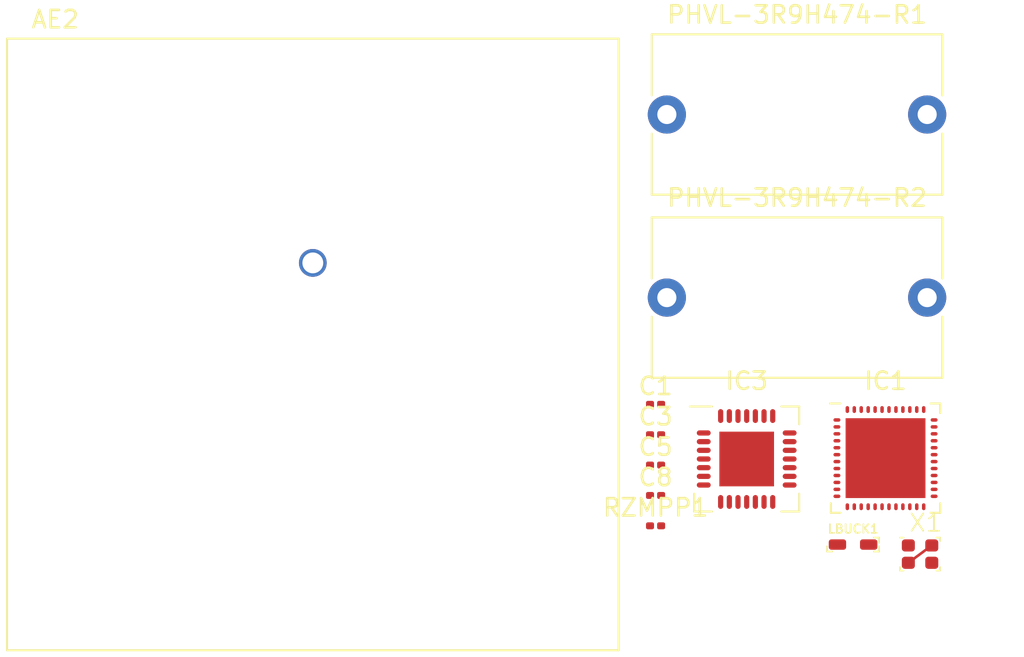
<source format=kicad_pcb>
(kicad_pcb (version 20240108) (generator "pcbnew") (generator_version "8.0")
  (layers (0 "F.Cu" signal) (31 "B.Cu" signal) (34 "B.Paste" user) (35 "F.Paste" user) (36 "B.SilkS" user "B.Silkscreen") (37 "F.SilkS" user "F.Silkscreen") (38 "B.Mask" user) (39 "F.Mask" user) (44 "Edge.Cuts" user))
  (net 0 "")
  (net 1 "Net-(AE2-A)")
  (net 2 "GND")
  (net 3 "Net-(IC3-BOOST)")
  (net 4 "/VBUCK")
  (net 5 "Net-(IC1-P0.01{slash}XL2)")
  (net 6 "Net-(IC3-LVOUT)")
  (net 7 "Net-(IC3-BUFSRC)")
  (net 8 "Net-(IC1-P0.02{slash}AIN0)")
  (net 9 "Net-(IC1-P0.16)")
  (net 10 "Net-(IC1-P0.08)")
  (net 11 "Net-(IC1-P0.00{slash}XL1)")
  (net 12 "Net-(IC1-P0.11)")
  (net 13 "Net-(IC1-P0.18)")
  (net 14 "Net-(IC1-P0.22)")
  (net 15 "Net-(IC1-P0.19)")
  (net 16 "Net-(IC1-P0.20)")
  (net 17 "Net-(IC1-DEC2)")
  (net 18 "Net-(IC1-P0.13)")
  (net 19 "Net-(IC1-P0.07)")
  (net 20 "Net-(IC1-P0.04{slash}AIN2)")
  (net 21 "Net-(IC1-P0.05{slash}AIN3)")
  (net 22 "Net-(IC1-P0.14)")
  (net 23 "Net-(IC1-P0.23)")
  (net 24 "Net-(IC1-P0.06)")
  (net 25 "Net-(IC1-P0.15)")
  (net 26 "Net-(IC1-P0.17)")
  (net 27 "Net-(IC1-P0.03{slash}AIN1)")
  (net 28 "Net-(IC1-SWDIO)")
  (net 29 "Net-(IC1-P0.12)")
  (net 30 "Net-(IC1-P0.24)")
  (net 31 "Net-(IC1-SWDCLK)")
  (net 32 "Net-(D10-K)")
  (net 33 "Net-(IC3-CFG[1])")
  (net 34 "Net-(IC3-CFG[0])")
  (net 35 "Net-(IC3-CFG[2])")
  (net 36 "Net-(PHVL-3R9H474-R1-Pad2)")
  (net 37 "Net-(PHVL-3R9H474-R2-Pad1)")
  (net 38 "Net-(X1-XTAL_1)")
  (net 39 "Net-(X1-XTAL_2)")
  (net 42 "Net-(IC3-BATT)")
  (net 43 "Net-(IC3-BAL)")
  (net 44 "Net-(IC3-SWBUCK)")
  (net 45 "Net-(IC1-DEC4)")
  (net 46 "Net-(IC1-ANT)")
  (net 47 "Net-(IC1-DEC1)")
  (net 48 "Net-(IC1-VDD_1)")
  (net 49 "Net-(IC1-XC1)")
  (net 50 "Net-(IC1-XC2)")
  (net 66 "Net-(IC1-DEC3)")
  (footprint "Capacitor_THT:C_Rect_L16.5mm_W9.0mm_P15.00mm_MKT" (layer "F.Cu") (at 144.485 83.47)
    (property "Reference" "PHVL-3R9H474-R2" (at 7.5 -5.75 0) (layer "F.SilkS"))
    (property "Value" "470mF")
    (fp_line (start -0.87 -4.62) (end -0.87 -1.104) (stroke (width 0.12)) (layer "F.SilkS"))
    (fp_line (start -0.87 -4.62) (end 15.87 -4.62) (stroke (width 0.12)) (layer "F.SilkS"))
    (fp_line (start -0.87 1.104) (end -0.87 4.62) (stroke (width 0.12)) (layer "F.SilkS"))
    (fp_line (start -0.87 4.62) (end 15.87 4.62) (stroke (width 0.12)) (layer "F.SilkS"))
    (fp_line (start 15.87 -4.62) (end 15.87 -1.104) (stroke (width 0.12)) (layer "F.SilkS"))
    (fp_line (start 15.87 1.104) (end 15.87 4.62) (stroke (width 0.12)) (layer "F.SilkS"))
    (pad "1" thru_hole circle (at 0 0) (size 2.2 2.2) (drill 1.1) (layers "*.Cu" "*.Mask") (net 37 "Net-(PHVL-3R9H474-R2-Pad1)"))
    (pad "2" thru_hole circle (at 15 0) (size 2.2 2.2) (drill 1.1) (layers "*.Cu" "*.Mask") (net 2 "GND"))
  )
  (footprint "Capacitor_THT:C_Rect_L16.5mm_W9.0mm_P15.00mm_MKT" (layer "F.Cu") (at 144.485 72.92)
    (property "Reference" "PHVL-3R9H474-R1" (at 7.5 -5.75 0) (layer "F.SilkS"))
    (property "Value" "470mF")
    (fp_line (start -0.87 -4.62) (end -0.87 -1.104) (stroke (width 0.12)) (layer "F.SilkS"))
    (fp_line (start -0.87 -4.62) (end 15.87 -4.62) (stroke (width 0.12)) (layer "F.SilkS"))
    (fp_line (start -0.87 1.104) (end -0.87 4.62) (stroke (width 0.12)) (layer "F.SilkS"))
    (fp_line (start -0.87 4.62) (end 15.87 4.62) (stroke (width 0.12)) (layer "F.SilkS"))
    (fp_line (start 15.87 -4.62) (end 15.87 -1.104) (stroke (width 0.12)) (layer "F.SilkS"))
    (fp_line (start 15.87 1.104) (end 15.87 4.62) (stroke (width 0.12)) (layer "F.SilkS"))
    (pad "1" thru_hole circle (at 0 0) (size 2.2 2.2) (drill 1.1) (layers "*.Cu" "*.Mask") (net 42 "Net-(IC3-BATT)"))
    (pad "2" thru_hole circle (at 15 0) (size 2.2 2.2) (drill 1.1) (layers "*.Cu" "*.Mask") (net 36 "Net-(PHVL-3R9H474-R1-Pad2)"))
  )
  (footprint "Library:QFN-48_EP_6x6_Pitch0.4mm" (layer "F.Cu") (at 157.085 92.72)
    (property "Reference" "IC1" (at 0 -4.45 0) (layer "F.SilkS"))
    (property "Value" "NRF52810-QFAA-R7")
    (fp_line (start -3.15 3.15) (end -3.15 2.6) (stroke (width 0.12)) (layer "F.SilkS"))
    (fp_line (start -2.6 -3.15) (end -3.2 -3.15) (stroke (width 0.12)) (layer "F.SilkS"))
    (fp_line (start -2.6 3.15) (end -3.15 3.15) (stroke (width 0.12)) (layer "F.SilkS"))
    (fp_line (start 2.6 -3.15) (end 3.15 -3.15) (stroke (width 0.12)) (layer "F.SilkS"))
    (fp_line (start 2.6 3.15) (end 3.15 3.15) (stroke (width 0.12)) (layer "F.SilkS"))
    (fp_line (start 3.15 -3.15) (end 3.15 -2.6) (stroke (width 0.12)) (layer "F.SilkS"))
    (fp_line (start 3.15 3.15) (end 3.15 2.6) (stroke (width 0.12)) (layer "F.SilkS"))
    (pad "1" smd oval (at -2.8 -2.2 90) (size 0.2 0.4) (layers "F.Cu" "F.Paste" "F.Mask") (net 47 "Net-(IC1-DEC1)"))
    (pad "2" smd oval (at -2.8 -1.8 90) (size 0.2 0.4) (layers "F.Cu" "F.Paste" "F.Mask") (net 11 "Net-(IC1-P0.00{slash}XL1)"))
    (pad "3" smd oval (at -2.8 -1.4 90) (size 0.2 0.4) (layers "F.Cu" "F.Paste" "F.Mask") (net 5 "Net-(IC1-P0.01{slash}XL2)"))
    (pad "4" smd oval (at -2.8 -1 90) (size 0.2 0.4) (layers "F.Cu" "F.Paste" "F.Mask") (net 8 "Net-(IC1-P0.02{slash}AIN0)"))
    (pad "5" smd oval (at -2.8 -0.6 90) (size 0.2 0.4) (layers "F.Cu" "F.Paste" "F.Mask") (net 27 "Net-(IC1-P0.03{slash}AIN1)"))
    (pad "6" smd oval (at -2.8 -0.2 90) (size 0.2 0.4) (layers "F.Cu" "F.Paste" "F.Mask") (net 20 "Net-(IC1-P0.04{slash}AIN2)"))
    (pad "7" smd oval (at -2.8 0.2 90) (size 0.2 0.4) (layers "F.Cu" "F.Paste" "F.Mask") (net 21 "Net-(IC1-P0.05{slash}AIN3)"))
    (pad "8" smd oval (at -2.8 0.6 90) (size 0.2 0.4) (layers "F.Cu" "F.Paste" "F.Mask") (net 24 "Net-(IC1-P0.06)"))
    (pad "9" smd oval (at -2.8 1 90) (size 0.2 0.4) (layers "F.Cu" "F.Paste" "F.Mask") (net 19 "Net-(IC1-P0.07)"))
    (pad "10" smd oval (at -2.8 1.4 90) (size 0.2 0.4) (layers "F.Cu" "F.Paste" "F.Mask") (net 10 "Net-(IC1-P0.08)"))
    (pad "11" smd oval (at -2.8 1.8 90) (size 0.2 0.4) (layers "F.Cu" "F.Paste" "F.Mask"))
    (pad "12" smd oval (at -2.8 2.2 90) (size 0.2 0.4) (layers "F.Cu" "F.Paste" "F.Mask"))
    (pad "13" smd oval (at -2.2 2.8) (size 0.2 0.4) (layers "F.Cu" "F.Paste" "F.Mask") (net 48 "Net-(IC1-VDD_1)"))
    (pad "14" smd oval (at -1.8 2.8) (size 0.2 0.4) (layers "F.Cu" "F.Paste" "F.Mask") (net 12 "Net-(IC1-P0.11)"))
    (pad "15" smd oval (at -1.4 2.8) (size 0.2 0.4) (layers "F.Cu" "F.Paste" "F.Mask") (net 29 "Net-(IC1-P0.12)"))
    (pad "16" smd oval (at -1 2.8) (size 0.2 0.4) (layers "F.Cu" "F.Paste" "F.Mask") (net 18 "Net-(IC1-P0.13)"))
    (pad "17" smd oval (at -0.6 2.8) (size 0.2 0.4) (layers "F.Cu" "F.Paste" "F.Mask") (net 22 "Net-(IC1-P0.14)"))
    (pad "18" smd oval (at -0.2 2.8) (size 0.2 0.4) (layers "F.Cu" "F.Paste" "F.Mask") (net 25 "Net-(IC1-P0.15)"))
    (pad "19" smd oval (at 0.2 2.8) (size 0.2 0.4) (layers "F.Cu" "F.Paste" "F.Mask") (net 9 "Net-(IC1-P0.16)"))
    (pad "20" smd oval (at 0.6 2.8) (size 0.2 0.4) (layers "F.Cu" "F.Paste" "F.Mask") (net 26 "Net-(IC1-P0.17)"))
    (pad "21" smd oval (at 1 2.8) (size 0.2 0.4) (layers "F.Cu" "F.Paste" "F.Mask") (net 13 "Net-(IC1-P0.18)"))
    (pad "22" smd oval (at 1.4 2.8) (size 0.2 0.4) (layers "F.Cu" "F.Paste" "F.Mask") (net 15 "Net-(IC1-P0.19)"))
    (pad "23" smd oval (at 1.8 2.8) (size 0.2 0.4) (layers "F.Cu" "F.Paste" "F.Mask") (net 16 "Net-(IC1-P0.20)"))
    (pad "24" smd oval (at 2.2 2.8) (size 0.2 0.4) (layers "F.Cu" "F.Paste" "F.Mask"))
    (pad "25" smd oval (at 2.8 2.2 90) (size 0.2 0.4) (layers "F.Cu" "F.Paste" "F.Mask") (net 31 "Net-(IC1-SWDCLK)"))
    (pad "26" smd oval (at 2.8 1.8 90) (size 0.2 0.4) (layers "F.Cu" "F.Paste" "F.Mask") (net 28 "Net-(IC1-SWDIO)"))
    (pad "27" smd oval (at 2.8 1.4 90) (size 0.2 0.4) (layers "F.Cu" "F.Paste" "F.Mask") (net 14 "Net-(IC1-P0.22)"))
    (pad "28" smd oval (at 2.8 1 90) (size 0.2 0.4) (layers "F.Cu" "F.Paste" "F.Mask") (net 23 "Net-(IC1-P0.23)"))
    (pad "29" smd oval (at 2.8 0.6 90) (size 0.2 0.4) (layers "F.Cu" "F.Paste" "F.Mask") (net 30 "Net-(IC1-P0.24)"))
    (pad "30" smd oval (at 2.8 0.2 90) (size 0.2 0.4) (layers "F.Cu" "F.Paste" "F.Mask") (net 46 "Net-(IC1-ANT)"))
    (pad "31" smd oval (at 2.8 -0.2 90) (size 0.2 0.4) (layers "F.Cu" "F.Paste" "F.Mask") (net 2 "GND"))
    (pad "32" smd oval (at 2.8 -0.6 90) (size 0.2 0.4) (layers "F.Cu" "F.Paste" "F.Mask") (net 17 "Net-(IC1-DEC2)"))
    (pad "33" smd oval (at 2.8 -1 90) (size 0.2 0.4) (layers "F.Cu" "F.Paste" "F.Mask") (net 66 "Net-(IC1-DEC3)"))
    (pad "34" smd oval (at 2.8 -1.4 90) (size 0.2 0.4) (layers "F.Cu" "F.Paste" "F.Mask") (net 49 "Net-(IC1-XC1)"))
    (pad "35" smd oval (at 2.8 -1.8 90) (size 0.2 0.4) (layers "F.Cu" "F.Paste" "F.Mask") (net 50 "Net-(IC1-XC2)"))
    (pad "36" smd oval (at 2.8 -2.2 90) (size 0.2 0.4) (layers "F.Cu" "F.Paste" "F.Mask") (net 48 "Net-(IC1-VDD_1)"))
    (pad "37" smd oval (at 2.2 -2.8) (size 0.2 0.4) (layers "F.Cu" "F.Paste" "F.Mask"))
    (pad "38" smd oval (at 1.8 -2.8) (size 0.2 0.4) (layers "F.Cu" "F.Paste" "F.Mask"))
    (pad "39" smd oval (at 1.4 -2.8) (size 0.2 0.4) (layers "F.Cu" "F.Paste" "F.Mask"))
    (pad "40" smd oval (at 1 -2.8) (size 0.2 0.4) (layers "F.Cu" "F.Paste" "F.Mask"))
    (pad "41" smd oval (at 0.6 -2.8) (size 0.2 0.4) (layers "F.Cu" "F.Paste" "F.Mask"))
    (pad "42" smd oval (at 0.2 -2.8) (size 0.2 0.4) (layers "F.Cu" "F.Paste" "F.Mask"))
    (pad "43" smd oval (at -0.2 -2.8) (size 0.2 0.4) (layers "F.Cu" "F.Paste" "F.Mask"))
    (pad "44" smd oval (at -0.6 -2.8) (size 0.2 0.4) (layers "F.Cu" "F.Paste" "F.Mask"))
    (pad "45" smd oval (at -1 -2.8) (size 0.2 0.4) (layers "F.Cu" "F.Paste" "F.Mask") (net 2 "GND"))
    (pad "46" smd oval (at -1.4 -2.8) (size 0.2 0.4) (layers "F.Cu" "F.Paste" "F.Mask") (net 45 "Net-(IC1-DEC4)"))
    (pad "47" smd oval (at -1.8 -2.8) (size 0.2 0.4) (layers "F.Cu" "F.Paste" "F.Mask"))
    (pad "48" smd oval (at -2.2 -2.8) (size 0.2 0.4) (layers "F.Cu" "F.Paste" "F.Mask") (net 48 "Net-(IC1-VDD_1)"))
    (pad "49" smd rect (at 0 0) (size 4.6 4.6) (layers "F.Cu" "F.Mask"))
  )
  (footprint "Library:QFN-28_EP_5.75x5.75_Pitch0.5mm" (layer "F.Cu") (at 149.085 92.77)
    (property "Reference" "IC3" (at 0 -4.5 0) (layer "F.SilkS"))
    (property "Value" "AEM30940-QFN")
    (fp_line (start -3.025 3.025) (end -3.025 2) (stroke (width 0.12)) (layer "F.SilkS"))
    (fp_line (start -2 -3.025) (end -3.275 -3.025) (stroke (width 0.12)) (layer "F.SilkS"))
    (fp_line (start -2 3.025) (end -3.025 3.025) (stroke (width 0.12)) (layer "F.SilkS"))
    (fp_line (start 2 -3.025) (end 3.025 -3.025) (stroke (width 0.12)) (layer "F.SilkS"))
    (fp_line (start 2 3.025) (end 3.025 3.025) (stroke (width 0.12)) (layer "F.SilkS"))
    (fp_line (start 3.025 -3.025) (end 3.025 -2) (stroke (width 0.12)) (layer "F.SilkS"))
    (fp_line (start 3.025 3.025) (end 3.025 2) (stroke (width 0.12)) (layer "F.SilkS"))
    (pad "1" smd oval (at -2.475 -1.5 90) (size 0.3 0.8) (layers "F.Cu" "F.Paste" "F.Mask") (net 3 "Net-(IC3-BOOST)"))
    (pad "2" smd oval (at -2.475 -1 90) (size 0.3 0.8) (layers "F.Cu" "F.Paste" "F.Mask") (net 44 "Net-(IC3-SWBUCK)"))
    (pad "3" smd oval (at -2.475 -0.5 90) (size 0.3 0.8) (layers "F.Cu" "F.Paste" "F.Mask") (net 4 "/VBUCK"))
    (pad "4" smd oval (at -2.475 0 90) (size 0.3 0.8) (layers "F.Cu" "F.Paste" "F.Mask") (net 35 "Net-(IC3-CFG[2])"))
    (pad "5" smd oval (at -2.475 0.5 90) (size 0.3 0.8) (layers "F.Cu" "F.Paste" "F.Mask") (net 33 "Net-(IC3-CFG[1])"))
    (pad "6" smd oval (at -2.475 1 90) (size 0.3 0.8) (layers "F.Cu" "F.Paste" "F.Mask") (net 34 "Net-(IC3-CFG[0])"))
    (pad "7" smd oval (at -2.475 1.5 90) (size 0.3 0.8) (layers "F.Cu" "F.Paste" "F.Mask") (net 4 "/VBUCK"))
    (pad "8" smd oval (at -1.5 2.475) (size 0.3 0.8) (layers "F.Cu" "F.Paste" "F.Mask") (net 4 "/VBUCK"))
    (pad "9" smd oval (at -1 2.475) (size 0.3 0.8) (layers "F.Cu" "F.Paste" "F.Mask") (net 2 "GND"))
    (pad "10" smd oval (at -0.5 2.475) (size 0.3 0.8) (layers "F.Cu" "F.Paste" "F.Mask") (net 2 "GND"))
    (pad "11" smd oval (at 0 2.475) (size 0.3 0.8) (layers "F.Cu" "F.Paste" "F.Mask") (net 6 "Net-(IC3-LVOUT)"))
    (pad "12" smd oval (at 0.5 2.475) (size 0.3 0.8) (layers "F.Cu" "F.Paste" "F.Mask") (net 4 "/VBUCK"))
    (pad "13" smd oval (at 1 2.475) (size 0.3 0.8) (layers "F.Cu" "F.Paste" "F.Mask"))
    (pad "14" smd oval (at 1.5 2.475) (size 0.3 0.8) (layers "F.Cu" "F.Paste" "F.Mask") (net 48 "Net-(IC1-VDD_1)"))
    (pad "15" smd oval (at 2.475 1.5 90) (size 0.3 0.8) (layers "F.Cu" "F.Paste" "F.Mask") (net 43 "Net-(IC3-BAL)"))
    (pad "16" smd oval (at 2.475 1 90) (size 0.3 0.8) (layers "F.Cu" "F.Paste" "F.Mask") (net 42 "Net-(IC3-BATT)"))
    (pad "17" smd oval (at 2.475 0.5 90) (size 0.3 0.8) (layers "F.Cu" "F.Paste" "F.Mask") (net 2 "GND"))
    (pad "18" smd oval (at 2.475 0 90) (size 0.3 0.8) (layers "F.Cu" "F.Paste" "F.Mask") (net 4 "/VBUCK"))
    (pad "19" smd oval (at 2.475 -0.5 90) (size 0.3 0.8) (layers "F.Cu" "F.Paste" "F.Mask") (net 10 "Net-(IC1-P0.08)"))
    (pad "20" smd oval (at 2.475 -1 90) (size 0.3 0.8) (layers "F.Cu" "F.Paste" "F.Mask") (net 19 "Net-(IC1-P0.07)"))
    (pad "21" smd oval (at 2.475 -1.5 90) (size 0.3 0.8) (layers "F.Cu" "F.Paste" "F.Mask") (net 24 "Net-(IC1-P0.06)"))
    (pad "22" smd oval (at 1.5 -2.475) (size 0.3 0.8) (layers "F.Cu" "F.Paste" "F.Mask") (net 4 "/VBUCK"))
    (pad "23" smd oval (at 1 -2.475) (size 0.3 0.8) (layers "F.Cu" "F.Paste" "F.Mask") (net 4 "/VBUCK"))
    (pad "24" smd oval (at 0.5 -2.475) (size 0.3 0.8) (layers "F.Cu" "F.Paste" "F.Mask") (net 4 "/VBUCK"))
    (pad "25" smd oval (at 0 -2.475) (size 0.3 0.8) (layers "F.Cu" "F.Paste" "F.Mask") (net 4 "/VBUCK"))
    (pad "26" smd oval (at -0.5 -2.475) (size 0.3 0.8) (layers "F.Cu" "F.Paste" "F.Mask") (net 32 "Net-(D10-K)"))
    (pad "27" smd oval (at -1 -2.475) (size 0.3 0.8) (layers "F.Cu" "F.Paste" "F.Mask") (net 7 "Net-(IC3-BUFSRC)"))
    (pad "28" smd oval (at -1.5 -2.475) (size 0.3 0.8) (layers "F.Cu" "F.Paste" "F.Mask") (net 4 "/VBUCK"))
    (pad "29" smd rect (at 0 0) (size 3.15 3.15) (layers "F.Cu" "F.Mask"))
  )
  (footprint "Capacitor_SMD:C_0201_0603Metric" (layer "F.Cu") (at 143.835 91.37)
    (property "Reference" "C3" (at 0 -1.05 0) (layer "F.SilkS"))
    (property "Value" "0.8pF")
    (pad "1" smd roundrect (at -0.32 0) (size 0.46 0.4) (layers "F.Cu" "F.Mask") (net 46 "Net-(IC1-ANT)"))
    (pad "2" smd roundrect (at 0.32 0) (size 0.46 0.4) (layers "F.Cu" "F.Mask") (net 2 "GND"))
  )
  (footprint "Capacitor_SMD:C_0201_0603Metric" (layer "F.Cu") (at 143.835 93.12)
    (property "Reference" "C5" (at 0 -1.05 0) (layer "F.SilkS"))
    (property "Value" "100nF")
    (pad "1" smd roundrect (at -0.32 0) (size 0.46 0.4) (layers "F.Cu" "F.Mask") (net 48 "Net-(IC1-VDD_1)"))
    (pad "2" smd roundrect (at 0.32 0) (size 0.46 0.4) (layers "F.Cu" "F.Mask") (net 2 "GND"))
  )
  (footprint "RF_Antenna:Astrocast_AST50127-00" (layer "F.Cu") (at 124.085 81.47)
    (property "Reference" "AE2" (at -14.84 -14.03 0) (layer "F.SilkS"))
    (property "Value" "Antenna")
    (fp_line (start -17.62 -12.92) (end 17.62 -12.92) (stroke (width 0.12)) (layer "F.SilkS"))
    (fp_line (start -17.62 22.32) (end -17.62 -12.92) (stroke (width 0.12)) (layer "F.SilkS"))
    (fp_line (start 17.62 -12.92) (end 17.62 22.32) (stroke (width 0.12)) (layer "F.SilkS"))
    (fp_line (start 17.62 22.32) (end -17.62 22.32) (stroke (width 0.12)) (layer "F.SilkS"))
    (pad "1" thru_hole circle (at 0 0) (size 1.6 1.6) (drill 1.2) (layers "*.Cu" "*.Mask") (net 1 "Net-(AE2-A)"))
  )
  (footprint "Library:JELF243A" (layer "F.Cu") (at 155.215 101.2)
    (property "Reference" "LBUCK1" (at 0 -4.4 0) (layer "F.SilkS") (effects (font (size 0.5 0.5) (thickness 0.1))))
    (property "Value" "10uH")
    (fp_line (start -1.5 -3.1) (end -1.5 -3.4) (stroke (width 0.1)) (layer "F.SilkS"))
    (fp_line (start -1.5 -3.1) (end -1.2 -3.1) (stroke (width 0.1)) (layer "F.SilkS"))
    (fp_line (start 1.5 -3.9) (end 1.2 -3.9) (stroke (width 0.1)) (layer "F.SilkS"))
    (fp_line (start 1.5 -3.9) (end 1.5 -3.6) (stroke (width 0.1)) (layer "F.SilkS"))
    (fp_line (start 1.5 -3.1) (end 1.2 -3.1) (stroke (width 0.1)) (layer "F.SilkS"))
    (fp_line (start 1.5 -3.1) (end 1.5 -3.4) (stroke (width 0.1)) (layer "F.SilkS"))
    (pad "1" smd roundrect (at -0.9 -3.5) (size 1 0.6) (layers "F.Cu" "F.Paste" "F.Mask") (net 44 "Net-(IC3-SWBUCK)"))
    (pad "2" smd roundrect (at 0.9 -3.5) (size 1 0.6) (layers "F.Cu" "F.Paste" "F.Mask") (net 4 "/VBUCK"))
  )
  (footprint "Capacitor_SMD:C_0201_0603Metric" (layer "F.Cu") (at 143.835 89.62)
    (property "Reference" "C1" (at 0 -1.05 0) (layer "F.SilkS"))
    (property "Value" "1uF")
    (pad "1" smd roundrect (at -0.32 0) (size 0.46 0.4) (layers "F.Cu" "F.Mask") (net 2 "GND"))
    (pad "2" smd roundrect (at 0.32 0) (size 0.46 0.4) (layers "F.Cu" "F.Mask") (net 45 "Net-(IC1-DEC4)"))
  )
  (footprint "Library:Murata" (layer "F.Cu") (at 158.4 97.75)
    (property "Reference" "X1" (at 1 -1.3 0) (layer "F.SilkS") (effects (font (thickness 0.1))))
    (property "Value" "32MHz")
    (fp_line (start 1.35 0) (end 0 1) (stroke (width 0.15)) (layer "F.Cu"))
    (fp_line (start -0.475 -0.45) (end -0.275 -0.45) (stroke (width 0.1)) (layer "F.SilkS"))
    (fp_line (start -0.475 1.45) (end -0.475 1.25) (stroke (width 0.1)) (layer "F.SilkS"))
    (fp_line (start -0.475 1.45) (end -0.275 1.45) (stroke (width 0.1)) (layer "F.SilkS"))
    (fp_line (start 1.825 -0.45) (end 1.625 -0.45) (stroke (width 0.1)) (layer "F.SilkS"))
    (fp_line (start 1.825 -0.45) (end 1.825 -0.25) (stroke (width 0.1)) (layer "F.SilkS"))
    (fp_line (start 1.825 1.45) (end 1.625 1.45) (stroke (width 0.1)) (layer "F.SilkS"))
    (fp_line (start 1.825 1.45) (end 1.825 1.25) (stroke (width 0.1)) (layer "F.SilkS"))
    (pad "1" smd roundrect (at 0 0) (size 0.75 0.7) (layers "F.Cu" "F.Paste" "F.Mask") (net 38 "Net-(X1-XTAL_1)"))
    (pad "2" smd roundrect (at 1.35 0) (size 0.75 0.7) (layers "F.Cu" "F.Paste" "F.Mask"))
    (pad "3" smd roundrect (at 1.35 1) (size 0.75 0.7) (layers "F.Cu" "F.Paste" "F.Mask") (net 39 "Net-(X1-XTAL_2)"))
    (pad "4" smd roundrect (at 0 1) (size 0.75 0.7) (layers "F.Cu" "F.Paste" "F.Mask"))
  )
  (footprint "Resistor_SMD:R_0201_0603Metric" (layer "F.Cu") (at 143.835 96.62)
    (property "Reference" "RZMPP1" (at 0 -1.05 0) (layer "F.SilkS"))
    (property "Value" "1kOhm")
    (pad "1" smd roundrect (at -0.32 0) (size 0.46 0.4) (layers "F.Cu" "F.Mask") (net 2 "GND"))
    (pad "2" smd roundrect (at 0.32 0) (size 0.46 0.4) (layers "F.Cu" "F.Mask") (net 4 "/VBUCK"))
  )
  (footprint "Capacitor_SMD:C_0201_0603Metric" (layer "F.Cu") (at 143.835 94.87)
    (property "Reference" "C8" (at 0 -1.05 0) (layer "F.SilkS"))
    (property "Value" "100nF")
    (pad "1" smd roundrect (at -0.32 0) (size 0.46 0.4) (layers "F.Cu" "F.Mask") (net 48 "Net-(IC1-VDD_1)"))
    (pad "2" smd roundrect (at 0.32 0) (size 0.46 0.4) (layers "F.Cu" "F.Mask") (net 2 "GND"))
  )
)
</source>
